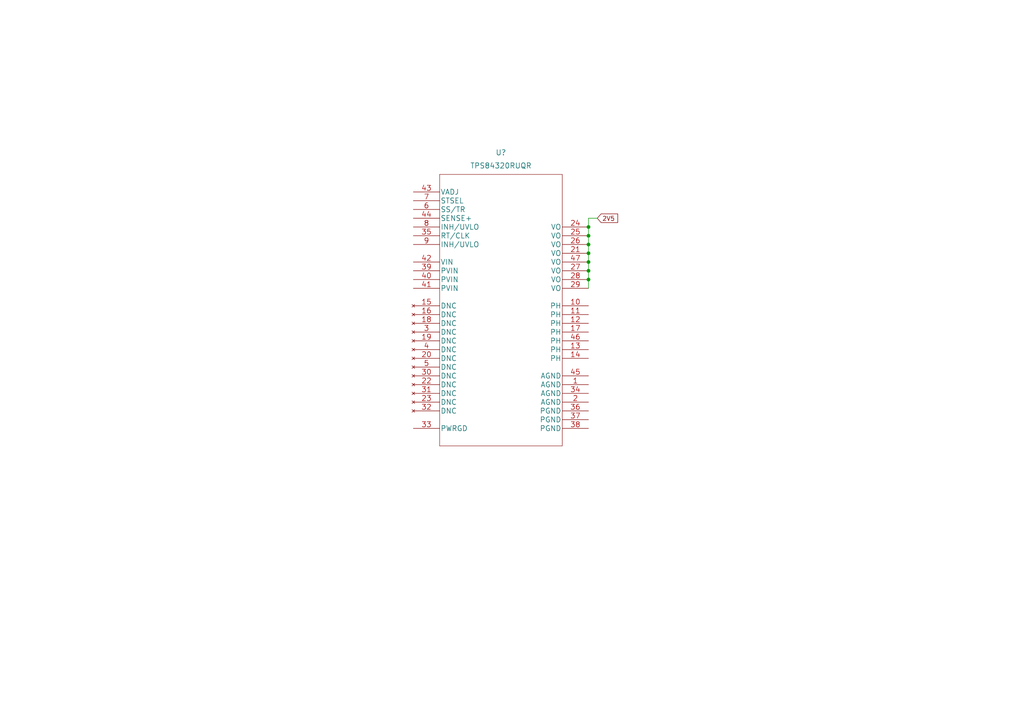
<source format=kicad_sch>
(kicad_sch (version 20211123) (generator eeschema)
  (paper "A4")
  (lib_symbols
    (symbol "Buck converter:TPS84320RUQR" (pin_names (offset 0.254))
      (property "Reference" "U" (at 25.4 10.16 0))
      (property "Value" "TPS84320RUQR" (at 25.4 7.62 0))
      (symbol "TPS84320RUQR_1_1"
        (polyline (pts (xy 7.62 -73.66) (xy 43.18 -73.66)) (stroke (width 0.127)))
        (polyline (pts (xy 7.62 5.08) (xy 7.62 -73.66)) (stroke (width 0.127)))
        (polyline (pts (xy 43.18 -73.66) (xy 43.18 5.08)) (stroke (width 0.127)))
        (polyline (pts (xy 43.18 5.08) (xy 7.62 5.08)) (stroke (width 0.127)))
        (pin power_in line (at 50.8 -55.88 180) (length 7.62) (name "AGND") (number "1"))
        (pin unspecified line (at 50.8 -33.02 180) (length 7.62) (name "PH") (number "10"))
        (pin unspecified line (at 50.8 -35.56 180) (length 7.62) (name "PH") (number "11"))
        (pin unspecified line (at 50.8 -38.1 180) (length 7.62) (name "PH") (number "12"))
        (pin unspecified line (at 50.8 -45.72 180) (length 7.62) (name "PH") (number "13"))
        (pin unspecified line (at 50.8 -48.26 180) (length 7.62) (name "PH") (number "14"))
        (pin no_connect line (at 0 -33.02 0) (length 7.62) (name "DNC") (number "15"))
        (pin no_connect line (at 0 -35.56 0) (length 7.62) (name "DNC") (number "16"))
        (pin unspecified line (at 50.8 -40.64 180) (length 7.62) (name "PH") (number "17"))
        (pin no_connect line (at 0 -38.1 0) (length 7.62) (name "DNC") (number "18"))
        (pin no_connect line (at 0 -43.18 0) (length 7.62) (name "DNC") (number "19"))
        (pin power_in line (at 50.8 -60.96 180) (length 7.62) (name "AGND") (number "2"))
        (pin no_connect line (at 0 -48.26 0) (length 7.62) (name "DNC") (number "20"))
        (pin output line (at 50.8 -17.78 180) (length 7.62) (name "VO") (number "21"))
        (pin no_connect line (at 0 -55.88 0) (length 7.62) (name "DNC") (number "22"))
        (pin no_connect line (at 0 -60.96 0) (length 7.62) (name "DNC") (number "23"))
        (pin output line (at 50.8 -10.16 180) (length 7.62) (name "VO") (number "24"))
        (pin output line (at 50.8 -12.7 180) (length 7.62) (name "VO") (number "25"))
        (pin output line (at 50.8 -15.24 180) (length 7.62) (name "VO") (number "26"))
        (pin output line (at 50.8 -22.86 180) (length 7.62) (name "VO") (number "27"))
        (pin output line (at 50.8 -25.4 180) (length 7.62) (name "VO") (number "28"))
        (pin output line (at 50.8 -27.94 180) (length 7.62) (name "VO") (number "29"))
        (pin no_connect line (at 0 -40.64 0) (length 7.62) (name "DNC") (number "3"))
        (pin no_connect line (at 0 -53.34 0) (length 7.62) (name "DNC") (number "30"))
        (pin no_connect line (at 0 -58.42 0) (length 7.62) (name "DNC") (number "31"))
        (pin no_connect line (at 0 -63.5 0) (length 7.62) (name "DNC") (number "32"))
        (pin power_in line (at 0 -68.58 0) (length 7.62) (name "PWRGD") (number "33"))
        (pin power_in line (at 50.8 -58.42 180) (length 7.62) (name "AGND") (number "34"))
        (pin unspecified line (at 0 -12.7 0) (length 7.62) (name "RT/CLK") (number "35"))
        (pin power_in line (at 50.8 -63.5 180) (length 7.62) (name "PGND") (number "36"))
        (pin power_in line (at 50.8 -66.04 180) (length 7.62) (name "PGND") (number "37"))
        (pin power_in line (at 50.8 -68.58 180) (length 7.62) (name "PGND") (number "38"))
        (pin input line (at 0 -22.86 0) (length 7.62) (name "PVIN") (number "39"))
        (pin no_connect line (at 0 -45.72 0) (length 7.62) (name "DNC") (number "4"))
        (pin input line (at 0 -25.4 0) (length 7.62) (name "PVIN") (number "40"))
        (pin input line (at 0 -27.94 0) (length 7.62) (name "PVIN") (number "41"))
        (pin input line (at 0 -20.32 0) (length 7.62) (name "VIN") (number "42"))
        (pin unspecified line (at 0 0 0) (length 7.62) (name "VADJ") (number "43"))
        (pin unspecified line (at 0 -7.62 0) (length 7.62) (name "SENSE+") (number "44"))
        (pin power_in line (at 50.8 -53.34 180) (length 7.62) (name "AGND") (number "45"))
        (pin unspecified line (at 50.8 -43.18 180) (length 7.62) (name "PH") (number "46"))
        (pin output line (at 50.8 -20.32 180) (length 7.62) (name "VO") (number "47"))
        (pin no_connect line (at 0 -50.8 0) (length 7.62) (name "DNC") (number "5"))
        (pin unspecified line (at 0 -5.08 0) (length 7.62) (name "SS/TR") (number "6"))
        (pin unspecified line (at 0 -2.54 0) (length 7.62) (name "STSEL") (number "7"))
        (pin unspecified line (at 0 -10.16 0) (length 7.62) (name "INH/UVLO") (number "8"))
        (pin unspecified line (at 0 -15.24 0) (length 7.62) (name "INH/UVLO") (number "9"))
      )
    )
  )
  (junction (at 170.688 68.3768))
  (junction (at 170.688 81.0768))
  (junction (at 170.688 70.9168))
  (junction (at 170.688 73.4568))
  (junction (at 170.688 78.5368))
  (junction (at 170.688 75.9968))
  (junction (at 170.688 65.8368))
  (wire (pts (xy 170.688 81.0768) (xy 170.688 83.6168)))
  (wire (pts (xy 170.688 73.4568) (xy 170.688 75.9968)))
  (wire (pts (xy 170.688 70.9168) (xy 170.688 73.4568)))
  (wire (pts (xy 170.688 63.2968) (xy 170.688 65.8368)))
  (wire (pts (xy 170.688 78.5368) (xy 170.688 81.0768)))
  (wire (pts (xy 170.688 63.2968) (xy 173.228 63.2968)))
  (wire (pts (xy 170.688 65.8368) (xy 170.688 68.3768)))
  (wire (pts (xy 170.688 75.9968) (xy 170.688 78.5368)))
  (wire (pts (xy 170.688 68.3768) (xy 170.688 70.9168)))
  (global_label "2V5" (shape input) (at 173.228 63.2968 0) (property "Intersheet References" "${INTERSHEET_REFS}" (effects hide)))
  (symbol (lib_id "Buck converter:TPS84320RUQR") (at 119.888 55.6768 0) (unit 1)
    (property "Reference" "U?" (at 145.288 44.2468 0) (effects (font (size 1.524 1.524))))
    (property "Value" "TPS84320RUQR" (at 145.288 48.0568 0) (effects (font (size 1.524 1.524))))
    (property "Footprint" "RUQ_47" (effects hide))
  )
)
</source>
